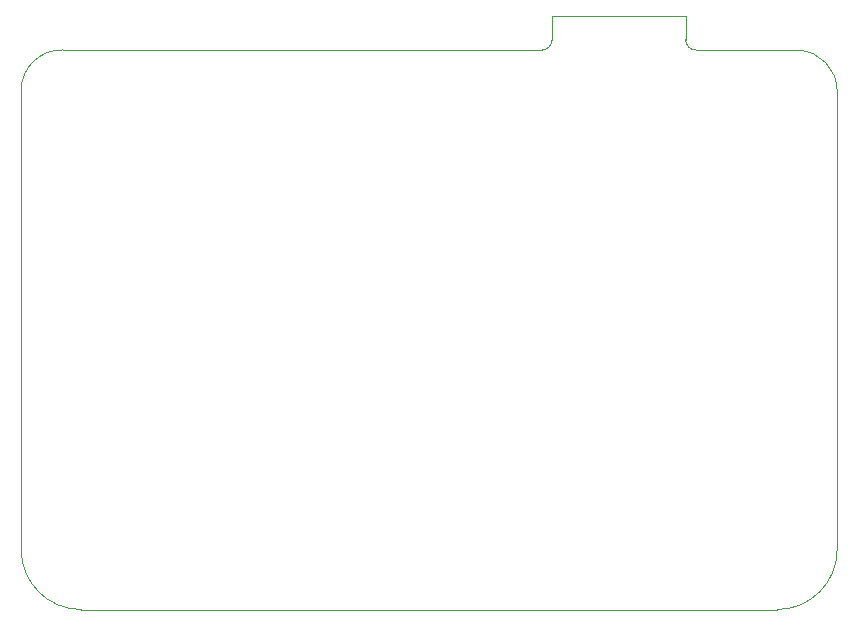
<source format=gbr>
%TF.GenerationSoftware,KiCad,Pcbnew,(6.0.7)*%
%TF.CreationDate,2022-08-09T22:51:11+07:00*%
%TF.ProjectId,Keypad-3,4b657970-6164-42d3-932e-6b696361645f,rev?*%
%TF.SameCoordinates,Original*%
%TF.FileFunction,Profile,NP*%
%FSLAX46Y46*%
G04 Gerber Fmt 4.6, Leading zero omitted, Abs format (unit mm)*
G04 Created by KiCad (PCBNEW (6.0.7)) date 2022-08-09 22:51:11*
%MOMM*%
%LPD*%
G01*
G04 APERTURE LIST*
%TA.AperFunction,Profile*%
%ADD10C,0.100000*%
%TD*%
G04 APERTURE END LIST*
D10*
X191770000Y-93980000D02*
X191770000Y-96012000D01*
X203073000Y-93980000D02*
X191770000Y-93980000D01*
X203066618Y-96018382D02*
X203073000Y-93980000D01*
X203066618Y-96018382D02*
G75*
G03*
X203955618Y-96907382I889000J0D01*
G01*
X190881000Y-96901000D02*
G75*
G03*
X191770000Y-96012000I0J889000D01*
G01*
X146812000Y-139192000D02*
X146800332Y-100344732D01*
X203955618Y-96907382D02*
X212598000Y-96910000D01*
X210820000Y-144272000D02*
G75*
G03*
X215900000Y-139192000I0J5080000D01*
G01*
X190881000Y-96901000D02*
X150368000Y-96890000D01*
X215900000Y-100355400D02*
X215900000Y-139192000D01*
X151892000Y-144272000D02*
X210820000Y-144272000D01*
X150367999Y-96890021D02*
G75*
G03*
X146800332Y-100344732I-111199J-3454679D01*
G01*
X146812000Y-139192000D02*
G75*
G03*
X151892000Y-144272000I5080000J0D01*
G01*
X215900013Y-100355400D02*
G75*
G03*
X212598000Y-96910000I-3448513J0D01*
G01*
M02*

</source>
